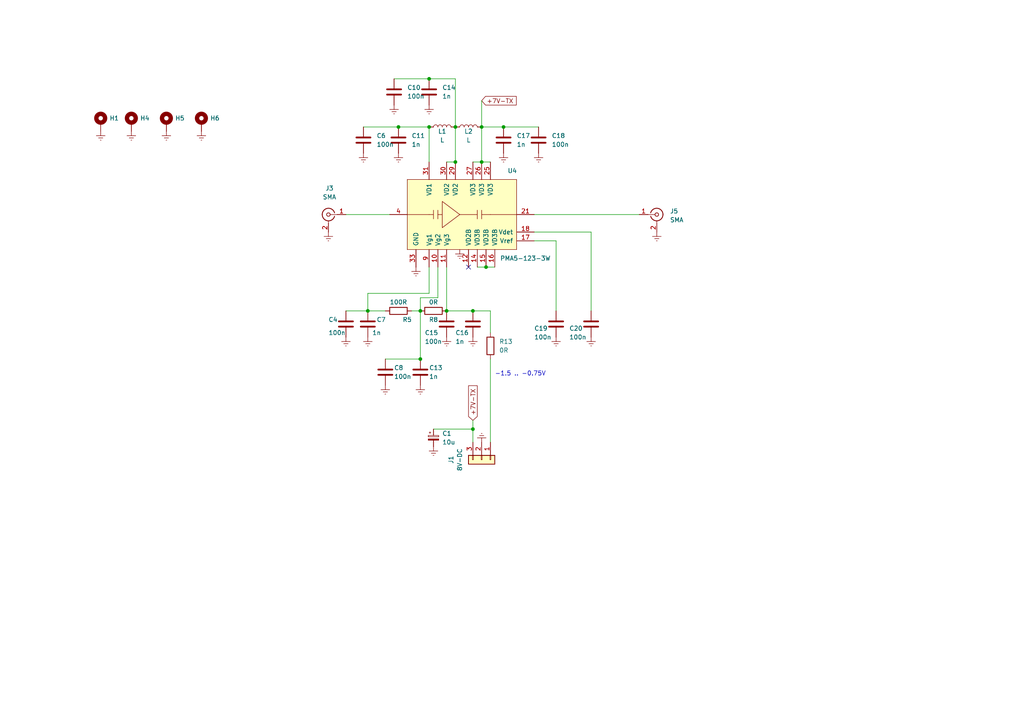
<source format=kicad_sch>
(kicad_sch (version 20211123) (generator eeschema)
  (paper "A4")
  (lib_symbols
    (symbol "Connector_Generic:Conn_01x03" (pin_names (offset 1.016) hide)
      (property "Reference" "J" (at 0 5.08 0))
      (property "Value" "Conn_01x03" (at 0 -5.08 0))
      (symbol "Conn_01x03_1_1"
        (rectangle (start -1.27 -2.413) (end 0 -2.667) (stroke (width 0.1524)))
        (rectangle (start -1.27 0.127) (end 0 -0.127) (stroke (width 0.1524)))
        (rectangle (start -1.27 2.667) (end 0 2.413) (stroke (width 0.1524)))
        (rectangle (start -1.27 3.81) (end 1.27 -3.81) (stroke (width 0.254)) (fill (type background)))
        (pin passive line (at -5.08 2.54 0) (length 3.81) (name "Pin_1") (number "1"))
        (pin passive line (at -5.08 0 0) (length 3.81) (name "Pin_2") (number "2"))
        (pin passive line (at -5.08 -2.54 0) (length 3.81) (name "Pin_3") (number "3"))
      )
    )
    (symbol "Device:C" (pin_numbers hide) (pin_names (offset 0.254))
      (property "Reference" "C" (at 0.635 2.54 0))
      (property "Value" "C" (at 0.635 -2.54 0))
      (symbol "C_0_1"
        (polyline (pts (xy -2.032 -0.762) (xy 2.032 -0.762)) (stroke (width 0.508)))
        (polyline (pts (xy -2.032 0.762) (xy 2.032 0.762)) (stroke (width 0.508)))
      )
      (symbol "C_1_1"
        (pin passive line (at 0 3.81 270) (length 2.794) (name "~") (number "1"))
        (pin passive line (at 0 -3.81 90) (length 2.794) (name "~") (number "2"))
      )
    )
    (symbol "Device:C_Polarized_Small" (pin_numbers hide) (pin_names (offset 0.254) hide)
      (property "Reference" "C" (at 0.254 1.778 0))
      (property "Value" "C_Polarized_Small" (at 0.254 -2.032 0))
      (symbol "C_Polarized_Small_0_1"
        (rectangle (start -1.524 -0.3048) (end 1.524 -0.6858) (fill (type outline)))
        (rectangle (start -1.524 0.6858) (end 1.524 0.3048))
        (polyline (pts (xy -1.27 1.524) (xy -0.762 1.524)))
        (polyline (pts (xy -1.016 1.27) (xy -1.016 1.778)))
      )
      (symbol "C_Polarized_Small_1_1"
        (pin passive line (at 0 2.54 270) (length 1.8542) (name "~") (number "1"))
        (pin passive line (at 0 -2.54 90) (length 1.8542) (name "~") (number "2"))
      )
    )
    (symbol "Device:L" (pin_numbers hide) (pin_names (offset 1.016) hide)
      (property "Reference" "L" (at -1.27 0 90))
      (property "Value" "L" (at 1.905 0 90))
      (symbol "L_0_1"
        (arc (start 0 -2.54) (mid 0.635 -1.905) (end 0 -1.27))
        (arc (start 0 -1.27) (mid 0.635 -0.635) (end 0 0))
        (arc (start 0 0) (mid 0.635 0.635) (end 0 1.27))
        (arc (start 0 1.27) (mid 0.635 1.905) (end 0 2.54))
      )
      (symbol "L_1_1"
        (pin passive line (at 0 3.81 270) (length 1.27) (name "1") (number "1"))
        (pin passive line (at 0 -3.81 90) (length 1.27) (name "2") (number "2"))
      )
    )
    (symbol "Device:R" (pin_numbers hide) (pin_names (offset 0))
      (property "Reference" "R" (at 2.032 0 90))
      (property "Value" "R" (at 0 0 90))
      (symbol "R_0_1"
        (rectangle (start -1.016 -2.54) (end 1.016 2.54) (stroke (width 0.254)))
      )
      (symbol "R_1_1"
        (pin passive line (at 0 3.81 270) (length 1.27) (name "~") (number "1"))
        (pin passive line (at 0 -3.81 90) (length 1.27) (name "~") (number "2"))
      )
    )
    (symbol "Mechanical:MountingHole_Pad" (pin_numbers hide) (pin_names (offset 1.016) hide)
      (property "Reference" "H" (at 0 6.35 0))
      (property "Value" "MountingHole_Pad" (at 0 4.445 0))
      (symbol "MountingHole_Pad_0_1"
        (circle (center 0 1.27) (radius 1.27) (stroke (width 1.27)))
      )
      (symbol "MountingHole_Pad_1_1"
        (pin input line (at 0 -2.54 90) (length 2.54) (name "1") (number "1"))
      )
    )
    (symbol "MySymbols:Conn_Coaxial" (pin_names (offset 1.016) hide)
      (property "Reference" "J" (at 0.254 3.048 0))
      (property "Value" "Conn_Coaxial" (at 2.921 0 90))
      (symbol "Conn_Coaxial_0_1"
        (arc (start -1.778 -0.508) (mid 0.222 -1.808) (end 1.778 0) (stroke (width 0.254)))
        (polyline (pts (xy -2.54 0) (xy -0.508 0)))
        (polyline (pts (xy 0 -2.54) (xy 0 -1.778)))
        (circle (center 0 0) (radius 0.508) (stroke (width 0.2032)))
        (arc (start 1.778 0) (mid 0.222 1.8083) (end -1.778 0.508) (stroke (width 0.254)))
      )
      (symbol "Conn_Coaxial_1_1"
        (pin passive line (at -5.08 0 0) (length 2.54) (name "In1") (number "1"))
        (pin passive line (at 0 -5.08 90) (length 2.54) (name "Ext1") (number "2"))
      )
    )
    (symbol "MySymbols:PMA5-123-3W" (pin_names (offset 1.016))
      (property "Reference" "U" (at 13.97 11.43 0))
      (property "Value" "PMA5-123-3W" (at 20.32 -11.43 0))
      (symbol "PMA5-123-3W_0_1"
        (rectangle (start -15.24 10.16) (end 16.51 -10.16) (fill (type background)))
        (polyline (pts (xy -8.89 0) (xy -15.24 0)))
        (polyline (pts (xy -6.35 1.27) (xy -6.35 -1.27)))
        (polyline (pts (xy 8.89 0) (xy 16.51 0)))
        (polyline (pts (xy -8.89 0) (xy -7.62 0) (xy -7.62 1.27) (xy -7.62 -1.27)))
        (polyline (pts (xy 0 0) (xy 5.08 0) (xy 5.08 1.27) (xy 5.08 -1.27)))
        (polyline (pts (xy 6.35 1.27) (xy 6.35 -1.27) (xy 6.35 0) (xy 8.89 0)))
        (polyline (pts (xy -6.35 0) (xy -5.08 0) (xy -5.08 3.81) (xy 0 0) (xy -5.08 -3.81) (xy -5.08 0)))
      )
      (symbol "PMA5-123-3W_1_1"
        (pin input line (at 0 -10.16 90) (length 0) hide (name "~") (number "1"))
        (pin input line (at -6.35 -15.24 90) (length 5.08) (name "Vg2") (number "10"))
        (pin input line (at -3.81 -15.24 90) (length 5.08) (name "Vg3") (number "11"))
        (pin input line (at 2.54 -15.24 90) (length 5.08) (name "VD2B") (number "12"))
        (pin input line (at 0 -10.16 90) (length 0) hide (name "~") (number "13"))
        (pin input line (at 5.08 -15.24 90) (length 5.08) (name "VD3B") (number "14"))
        (pin input line (at 7.62 -15.24 90) (length 5.08) (name "VD3B") (number "15"))
        (pin input line (at 10.16 -15.24 90) (length 5.08) (name "VD3B") (number "16"))
        (pin input line (at 21.59 -7.62 180) (length 5.08) (name "Vref") (number "17"))
        (pin input line (at 21.59 -5.08 180) (length 5.08) (name "Vdet") (number "18"))
        (pin input line (at 0 -10.16 90) (length 0) hide (name "~") (number "19"))
        (pin input line (at 0 -10.16 90) (length 0) hide (name "~") (number "2"))
        (pin input line (at 0 -10.16 90) (length 0) hide (name "~") (number "20"))
        (pin input line (at 21.59 0 180) (length 5.08) (name "~") (number "21"))
        (pin output line (at 0 -10.16 90) (length 0) hide (name "~") (number "22"))
        (pin input line (at 0 -10.16 90) (length 0) hide (name "~") (number "23"))
        (pin passive line (at 0 -10.16 90) (length 0) hide (name "~") (number "24"))
        (pin input line (at 8.89 15.24 270) (length 5.08) (name "VD3") (number "25"))
        (pin input line (at 6.35 15.24 270) (length 5.08) (name "VD3") (number "26"))
        (pin input line (at 3.81 15.24 270) (length 5.08) (name "VD3") (number "27"))
        (pin input line (at 0 -10.16 90) (length 0) hide (name "~") (number "28"))
        (pin input line (at -1.27 15.24 270) (length 5.08) (name "VD2") (number "29"))
        (pin input line (at 0 -10.16 90) (length 0) hide (name "~") (number "3"))
        (pin input line (at -3.81 15.24 270) (length 5.08) (name "VD2") (number "30"))
        (pin input line (at -8.89 15.24 270) (length 5.08) (name "VD1") (number "31"))
        (pin input line (at 0 -10.16 90) (length 0) hide (name "~") (number "32"))
        (pin power_in line (at -12.7 -15.24 90) (length 5.08) (name "GND") (number "33"))
        (pin input line (at -20.32 0 0) (length 5.08) (name "~") (number "4"))
        (pin input line (at 0 -10.16 90) (length 0) hide (name "~") (number "5"))
        (pin input line (at 0 -10.16 90) (length 0) hide (name "~") (number "6"))
        (pin input line (at 0 -10.16 90) (length 0) hide (name "~") (number "7"))
        (pin input line (at 0 -10.16 90) (length 0) hide (name "~") (number "8"))
        (pin input line (at -8.89 -15.24 90) (length 5.08) (name "Vg1") (number "9"))
      )
    )
    (symbol "power:GNDREF" (power) (pin_names (offset 0))
      (property "Value" "GNDREF" (at 0 -3.81 0))
      (symbol "GNDREF_0_1"
        (polyline (pts (xy -0.635 -1.905) (xy 0.635 -1.905)))
        (polyline (pts (xy -0.127 -2.54) (xy 0.127 -2.54)))
        (polyline (pts (xy 0 -1.27) (xy 0 0)))
        (polyline (pts (xy 1.27 -1.27) (xy -1.27 -1.27)))
      )
      (symbol "GNDREF_1_1"
        (pin power_in line (at 0 0 270) (length 0) hide (name "GNDREF") (number "1"))
      )
    )
  )
  (junction (at 106.68 90.17))
  (junction (at 132.08 36.83))
  (junction (at 124.46 22.86))
  (junction (at 137.16 124.46))
  (junction (at 140.97 77.47))
  (junction (at 115.57 36.83))
  (junction (at 121.92 90.17))
  (junction (at 121.92 104.14))
  (junction (at 124.46 36.83))
  (junction (at 139.7 36.83))
  (junction (at 146.05 36.83))
  (junction (at 129.54 90.17))
  (junction (at 132.08 46.99))
  (junction (at 137.16 90.17))
  (junction (at 139.7 46.99))
  (no_connect (at 135.89 77.47))
  (wire (pts (xy 137.16 121.92) (xy 137.16 124.46)))
  (wire (pts (xy 154.94 69.85) (xy 161.29 69.85)))
  (wire (pts (xy 106.68 85.09) (xy 124.46 85.09)))
  (wire (pts (xy 154.94 67.31) (xy 171.45 67.31)))
  (wire (pts (xy 142.24 90.17) (xy 142.24 96.52)))
  (wire (pts (xy 124.46 77.47) (xy 124.46 85.09)))
  (wire (pts (xy 125.73 124.46) (xy 137.16 124.46)))
  (wire (pts (xy 119.38 90.17) (xy 121.92 90.17)))
  (wire (pts (xy 138.43 77.47) (xy 140.97 77.47)))
  (wire (pts (xy 137.16 46.99) (xy 139.7 46.99)))
  (wire (pts (xy 161.29 69.85) (xy 161.29 90.17)))
  (wire (pts (xy 111.76 104.14) (xy 121.92 104.14)))
  (wire (pts (xy 140.97 77.47) (xy 143.51 77.47)))
  (wire (pts (xy 142.24 90.17) (xy 137.16 90.17)))
  (wire (pts (xy 142.24 104.14) (xy 142.24 128.27)))
  (wire (pts (xy 115.57 36.83) (xy 124.46 36.83)))
  (wire (pts (xy 100.33 90.17) (xy 106.68 90.17)))
  (wire (pts (xy 139.7 29.21) (xy 139.7 36.83)))
  (wire (pts (xy 106.68 90.17) (xy 111.76 90.17)))
  (wire (pts (xy 139.7 46.99) (xy 142.24 46.99)))
  (wire (pts (xy 129.54 46.99) (xy 132.08 46.99)))
  (wire (pts (xy 121.92 90.17) (xy 121.92 86.36)))
  (wire (pts (xy 127 77.47) (xy 127 86.36)))
  (wire (pts (xy 129.54 77.47) (xy 129.54 90.17)))
  (wire (pts (xy 132.08 22.86) (xy 132.08 36.83)))
  (wire (pts (xy 114.3 22.86) (xy 124.46 22.86)))
  (wire (pts (xy 154.94 62.23) (xy 185.42 62.23)))
  (wire (pts (xy 124.46 36.83) (xy 124.46 46.99)))
  (wire (pts (xy 137.16 124.46) (xy 137.16 128.27)))
  (wire (pts (xy 106.68 85.09) (xy 106.68 90.17)))
  (wire (pts (xy 121.92 90.17) (xy 121.92 104.14)))
  (wire (pts (xy 100.33 62.23) (xy 113.03 62.23)))
  (wire (pts (xy 132.08 36.83) (xy 132.08 46.99)))
  (wire (pts (xy 121.92 86.36) (xy 127 86.36)))
  (wire (pts (xy 171.45 67.31) (xy 171.45 90.17)))
  (wire (pts (xy 139.7 36.83) (xy 146.05 36.83)))
  (wire (pts (xy 139.7 46.99) (xy 139.7 36.83)))
  (wire (pts (xy 146.05 36.83) (xy 156.21 36.83)))
  (wire (pts (xy 129.54 90.17) (xy 137.16 90.17)))
  (wire (pts (xy 105.41 36.83) (xy 115.57 36.83)))
  (wire (pts (xy 124.46 22.86) (xy 132.08 22.86)))
  (text "-1.5 .. -0.75V" (at 143.51 109.22 0) (effects (font (size 1.27 1.27)) (justify left bottom)))
  (global_label "+7V-TX" (shape input) (at 137.16 121.92 90) (property "Intersheet References" "${INTERSHEET_REFS}" (effects hide)))
  (global_label "+7V-TX" (shape input) (at 139.7 29.21 0) (property "Intersheet References" "${INTERSHEET_REFS}" (effects hide)))
  (symbol (lib_id "Device:R") (at 125.73 90.17 90) (unit 1)
    (property "Reference" "R8" (at 125.73 92.71 90))
    (property "Value" "0R" (at 125.73 87.63 90))
    (property "Footprint" "Resistor_SMD:R_0603_1608Metric" (effects hide))
  )
  (symbol (lib_id "power:GNDREF") (at 48.26 38.1 0) (unit 1)
    (property "Reference" "#PWR048" (effects hide))
    (property "Value" "GNDREF" (effects hide))
  )
  (symbol (lib_id "power:GNDREF") (at 137.16 97.79 0) (unit 1)
    (property "Reference" "#PWR029" (effects hide))
    (property "Value" "GNDREF" (effects hide))
  )
  (symbol (lib_id "power:GNDREF") (at 100.33 97.79 0) (unit 1)
    (property "Reference" "#PWR013" (effects hide))
    (property "Value" "GNDREF" (effects hide))
  )
  (symbol (lib_id "power:GNDREF") (at 161.29 97.79 0) (unit 1)
    (property "Reference" "#PWR033" (effects hide))
    (property "Value" "GNDREF" (effects hide))
  )
  (symbol (lib_id "Device:C") (at 106.68 93.98 0) (unit 1)
    (property "Reference" "C7" (at 109.22 92.71 0) (effects (justify left)))
    (property "Value" "1n" (at 107.95 96.52 0) (effects (justify left)))
    (property "Footprint" "Capacitor_SMD:C_0603_1608Metric" (effects hide))
  )
  (symbol (lib_id "Device:C") (at 156.21 40.64 0) (unit 1)
    (property "Reference" "C18" (at 160.02 39.3699 0) (effects (justify left)))
    (property "Value" "100n" (at 160.02 41.9099 0) (effects (justify left)))
    (property "Footprint" "Capacitor_SMD:C_0603_1608Metric" (effects hide))
  )
  (symbol (lib_id "Device:R") (at 115.57 90.17 90) (unit 1)
    (property "Reference" "R5" (at 118.11 92.71 90))
    (property "Value" "100R" (at 115.57 87.63 90))
    (property "Footprint" "Resistor_SMD:R_0603_1608Metric" (effects hide))
  )
  (symbol (lib_id "Device:R") (at 142.24 100.33 0) (unit 1)
    (property "Reference" "R13" (at 144.78 99.0599 0) (effects (justify left)))
    (property "Value" "0R" (at 144.78 101.5999 0) (effects (justify left)))
    (property "Footprint" "Resistor_SMD:R_2010_5025Metric" (effects hide))
  )
  (symbol (lib_id "power:GNDREF") (at 29.21 38.1 0) (unit 1)
    (property "Reference" "#PWR0102" (effects hide))
    (property "Value" "GNDREF" (effects hide))
  )
  (symbol (lib_id "power:GNDREF") (at 114.3 30.48 0) (unit 1)
    (property "Reference" "#PWR020" (effects hide))
    (property "Value" "GNDREF" (effects hide))
  )
  (symbol (lib_id "power:GNDREF") (at 120.65 77.47 0) (unit 1)
    (property "Reference" "#PWR023" (effects hide))
    (property "Value" "GNDREF" (effects hide))
  )
  (symbol (lib_id "power:GNDREF") (at 106.68 97.79 0) (unit 1)
    (property "Reference" "#PWR016" (effects hide))
    (property "Value" "GNDREF" (effects hide))
  )
  (symbol (lib_id "Device:C") (at 129.54 93.98 0) (unit 1)
    (property "Reference" "C15" (at 123.19 96.52 0) (effects (justify left)))
    (property "Value" "100n" (at 123.19 99.06 0) (effects (justify left)))
    (property "Footprint" "Capacitor_SMD:C_0603_1608Metric" (effects hide))
  )
  (symbol (lib_id "Mechanical:MountingHole_Pad") (at 29.21 35.56 0) (unit 1)
    (property "Reference" "H1" (at 31.75 34.2899 0) (effects (justify left)))
    (property "Footprint" "MountingHole:MountingHole_2.7mm_M2.5_Pad_Via" (effects hide))
  )
  (symbol (lib_id "power:GNDREF") (at 38.1 38.1 0) (unit 1)
    (property "Reference" "#PWR047" (effects hide))
    (property "Value" "GNDREF" (effects hide))
  )
  (symbol (lib_id "Device:C") (at 114.3 26.67 0) (unit 1)
    (property "Reference" "C10" (at 118.11 25.3999 0) (effects (justify left)))
    (property "Value" "100n" (at 118.11 27.9399 0) (effects (justify left)))
    (property "Footprint" "Capacitor_SMD:C_0603_1608Metric" (effects hide))
  )
  (symbol (lib_id "power:GNDREF") (at 139.7 128.27 180) (unit 1)
    (property "Reference" "#PWR?" (effects hide))
    (property "Value" "GNDREF" (effects hide))
  )
  (symbol (lib_id "Device:C") (at 100.33 93.98 0) (unit 1)
    (property "Reference" "C4" (at 95.25 92.71 0) (effects (justify left)))
    (property "Value" "100n" (at 95.25 96.52 0) (effects (justify left)))
    (property "Footprint" "Capacitor_SMD:C_0603_1608Metric" (effects hide))
  )
  (symbol (lib_id "Device:C") (at 115.57 40.64 0) (unit 1)
    (property "Reference" "C11" (at 119.38 39.3699 0) (effects (justify left)))
    (property "Value" "1n" (at 119.38 41.9099 0) (effects (justify left)))
    (property "Footprint" "Capacitor_SMD:C_0603_1608Metric" (effects hide))
  )
  (symbol (lib_id "Device:C") (at 105.41 40.64 0) (unit 1)
    (property "Reference" "C6" (at 109.22 39.3699 0) (effects (justify left)))
    (property "Value" "100n" (at 109.22 41.9099 0) (effects (justify left)))
    (property "Footprint" "Capacitor_SMD:C_0603_1608Metric" (effects hide))
  )
  (symbol (lib_id "Mechanical:MountingHole_Pad") (at 58.42 35.56 0) (unit 1)
    (property "Reference" "H6" (at 60.96 34.2899 0) (effects (justify left)))
    (property "Footprint" "MountingHole:MountingHole_2.7mm_M2.5_Pad_Via" (effects hide))
  )
  (symbol (lib_id "Device:C") (at 111.76 107.95 0) (unit 1)
    (property "Reference" "C8" (at 114.3 106.68 0) (effects (justify left)))
    (property "Value" "100n" (at 114.3 109.22 0) (effects (justify left)))
    (property "Footprint" "Capacitor_SMD:C_0603_1608Metric" (effects hide))
  )
  (symbol (lib_id "MySymbols:Conn_Coaxial") (at 95.25 62.23 0) (mirror y) (unit 1)
    (property "Reference" "J3" (at 95.5674 54.61 0))
    (property "Value" "SMA" (at 95.5674 57.15 0))
    (property "Footprint" "MyFootprints:SMA_clamp" (effects hide))
    (property "Datasheet" " ~" (effects hide))
  )
  (symbol (lib_id "Device:C") (at 121.92 107.95 0) (unit 1)
    (property "Reference" "C13" (at 124.46 106.68 0) (effects (justify left)))
    (property "Value" "1n" (at 124.46 109.22 0) (effects (justify left)))
    (property "Footprint" "Capacitor_SMD:C_0603_1608Metric" (effects hide))
  )
  (symbol (lib_id "Connector_Generic:Conn_01x03") (at 139.7 133.35 270) (unit 1)
    (property "Reference" "J1" (at 130.81 133.35 0))
    (property "Value" "8V-DC" (at 133.35 133.35 0))
    (property "Footprint" "MyFootprints:KF301-3P" (effects hide))
  )
  (symbol (lib_id "Device:C_Polarized_Small") (at 125.73 127 0) (unit 1)
    (property "Reference" "C1" (at 128.27 125.73 0) (effects (justify left)))
    (property "Value" "10u" (at 128.27 128.27 0) (effects (justify left)))
    (property "Footprint" "Capacitor_SMD:C_0805_2012Metric" (effects hide))
  )
  (symbol (lib_id "power:GNDREF") (at 190.5 67.31 0) (unit 1)
    (property "Reference" "#PWR035" (effects hide))
    (property "Value" "GNDREF" (effects hide))
  )
  (symbol (lib_id "power:GNDREF") (at 121.92 111.76 0) (unit 1)
    (property "Reference" "#PWR024" (effects hide))
    (property "Value" "GNDREF" (effects hide))
  )
  (symbol (lib_id "MySymbols:Conn_Coaxial") (at 190.5 62.23 0) (unit 1)
    (property "Reference" "J5" (at 194.31 61.2531 0) (effects (justify left)))
    (property "Value" "SMA" (at 194.31 63.7931 0) (effects (justify left)))
    (property "Footprint" "MyFootprints:SMA_clamp" (effects hide))
    (property "Datasheet" " ~" (effects hide))
  )
  (symbol (lib_id "power:GNDREF") (at 105.41 44.45 0) (unit 1)
    (property "Reference" "#PWR015" (effects hide))
    (property "Value" "GNDREF" (effects hide))
  )
  (symbol (lib_id "Device:C") (at 161.29 93.98 0) (unit 1)
    (property "Reference" "C19" (at 154.94 95.25 0) (effects (justify left)))
    (property "Value" "100n" (at 154.94 97.79 0) (effects (justify left)))
    (property "Footprint" "Capacitor_SMD:C_0603_1608Metric" (effects hide))
  )
  (symbol (lib_id "power:GNDREF") (at 58.42 38.1 0) (unit 1)
    (property "Reference" "#PWR049" (effects hide))
    (property "Value" "GNDREF" (effects hide))
  )
  (symbol (lib_id "power:GNDREF") (at 124.46 30.48 0) (unit 1)
    (property "Reference" "#PWR026" (effects hide))
    (property "Value" "GNDREF" (effects hide))
  )
  (symbol (lib_id "power:GNDREF") (at 146.05 44.45 0) (unit 1)
    (property "Reference" "#PWR030" (effects hide))
    (property "Value" "GNDREF" (effects hide))
  )
  (symbol (lib_id "power:GNDREF") (at 171.45 97.79 0) (unit 1)
    (property "Reference" "#PWR034" (effects hide))
    (property "Value" "GNDREF" (effects hide))
  )
  (symbol (lib_id "Device:C") (at 171.45 93.98 0) (unit 1)
    (property "Reference" "C20" (at 165.1 95.25 0) (effects (justify left)))
    (property "Value" "100n" (at 165.1 97.79 0) (effects (justify left)))
    (property "Footprint" "Capacitor_SMD:C_0603_1608Metric" (effects hide))
  )
  (symbol (lib_id "power:GNDREF") (at 125.73 129.54 0) (unit 1)
    (property "Reference" "#PWR01" (effects hide))
    (property "Value" "GNDREF" (effects hide))
  )
  (symbol (lib_id "power:GNDREF") (at 111.76 111.76 0) (unit 1)
    (property "Reference" "#PWR018" (effects hide))
    (property "Value" "GNDREF" (effects hide))
  )
  (symbol (lib_id "power:GNDREF") (at 115.57 44.45 0) (unit 1)
    (property "Reference" "#PWR021" (effects hide))
    (property "Value" "GNDREF" (effects hide))
  )
  (symbol (lib_id "Device:C") (at 146.05 40.64 0) (unit 1)
    (property "Reference" "C17" (at 149.86 39.3699 0) (effects (justify left)))
    (property "Value" "1n" (at 149.86 41.9099 0) (effects (justify left)))
    (property "Footprint" "Capacitor_SMD:C_0603_1608Metric" (effects hide))
  )
  (symbol (lib_id "MySymbols:PMA5-123-3W") (at 133.35 62.23 0) (unit 1)
    (property "Reference" "U4" (at 148.59 49.53 0))
    (property "Value" "PMA5-123-3W" (at 152.4 74.93 0))
    (property "Footprint" "MyFootprints:QFN-32-1EP_5x5mm_P0.5mm_EP3.1x3.1mm_ThermalVias_PMA5-123" (effects hide))
    (property "Datasheet" "https://www.minicircuits.com/WebStore/dashboard.html?model=PMA5-123-3W%2B" (effects hide))
  )
  (symbol (lib_id "power:GNDREF") (at 95.25 67.31 0) (unit 1)
    (property "Reference" "#PWR011" (effects hide))
    (property "Value" "GNDREF" (effects hide))
  )
  (symbol (lib_id "power:GNDREF") (at 129.54 97.79 0) (unit 1)
    (property "Reference" "#PWR027" (effects hide))
    (property "Value" "GNDREF" (effects hide))
  )
  (symbol (lib_id "Mechanical:MountingHole_Pad") (at 48.26 35.56 0) (unit 1)
    (property "Reference" "H5" (at 50.8 34.2899 0) (effects (justify left)))
    (property "Footprint" "MountingHole:MountingHole_2.7mm_M2.5_Pad_Via" (effects hide))
  )
  (symbol (lib_id "Device:L") (at 128.27 36.83 90) (unit 1)
    (property "Reference" "L1" (at 128.27 38.1 90))
    (property "Value" "L" (at 128.27 40.64 90))
    (property "Footprint" "Inductor_SMD:L_0603_1608Metric" (effects hide))
  )
  (symbol (lib_id "power:GNDREF") (at 156.21 44.45 0) (unit 1)
    (property "Reference" "#PWR032" (effects hide))
    (property "Value" "GNDREF" (effects hide))
  )
  (symbol (lib_id "Device:L") (at 135.89 36.83 90) (unit 1)
    (property "Reference" "L2" (at 135.89 38.1 90))
    (property "Value" "L" (at 135.89 40.64 90))
    (property "Footprint" "Inductor_SMD:L_0603_1608Metric" (effects hide))
  )
  (symbol (lib_id "Mechanical:MountingHole_Pad") (at 38.1 35.56 0) (unit 1)
    (property "Reference" "H4" (at 40.64 34.2899 0) (effects (justify left)))
    (property "Footprint" "MountingHole:MountingHole_2.7mm_M2.5_Pad_Via" (effects hide))
  )
  (symbol (lib_id "Device:C") (at 137.16 93.98 0) (unit 1)
    (property "Reference" "C16" (at 132.08 96.52 0) (effects (justify left)))
    (property "Value" "1n" (at 132.08 99.06 0) (effects (justify left)))
    (property "Footprint" "Capacitor_SMD:C_0603_1608Metric" (effects hide))
  )
  (symbol (lib_id "power:GNDREF") (at 133.35 72.39 0) (unit 1)
    (property "Reference" "#PWR028" (effects hide))
    (property "Value" "GNDREF" (effects hide))
  )
  (symbol (lib_id "Device:C") (at 124.46 26.67 0) (unit 1)
    (property "Reference" "C14" (at 128.27 25.3999 0) (effects (justify left)))
    (property "Value" "1n" (at 128.27 27.9399 0) (effects (justify left)))
    (property "Footprint" "Capacitor_SMD:C_0603_1608Metric" (effects hide))
  )
)
</source>
